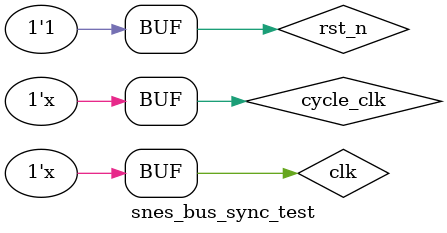
<source format=v>


module snes_bus_sync (
	input        clk,              // clock (40 MHz and reset)
	input        rst_n,
	input  [7:0] PA,               // RAW SNES addr bus
	input  [7:0] D,                // RAW SNES data bus
	output [7:0] PA_sync,          // Safely synchronized SNES addr bus
	output [7:0] D_sync,           // Safely synchronized SNES data bus
	output       event_latch       // Bus change event (detects changes in PA)
);

	parameter OUT_OF_SYNC = 2'b01;
	parameter IN_SYNC     = 2'b10;

	reg [7:0] D_store;
	reg [7:0] PA_store [0:2];
	reg [1:0] sync_state = IN_SYNC;
	reg [4:0] clk_count = 0;

	reg bus_latch = 0;


	always @(posedge clk or negedge rst_n) begin
		if (~rst_n) begin
			PA_store[0] <= 8'b0; // reset all regs
			PA_store[1] <= 8'b0;
			PA_store[2] <= 8'b0;
			D_store     <= 8'b0;
			clk_count   <= 5'b0;
			bus_latch   <= 1'b0;
			sync_state  <= IN_SYNC;
		end
		else begin
			PA_store[0] <= PA;          // These registers are used for both metastability protection
			PA_store[1] <= PA_store[0]; // and for address bus "change" detection (3 stages)
			PA_store[2] <= PA_store[1];
			
			clk_count <= clk_count + 1; // Rolling clock counter
			
			if (clk_count == 18) begin  // Stop the clock at 18 clocks, addr bus has gone quiet
				bus_latch <= 0;
				clk_count <= clk_count;
			end
			
			if (sync_state == IN_SYNC) begin // IN_SYNC state means the bus has settled and events/outputs have been reported
				// The addr bus has been pipelined for 3 stages, move into the OUT_OF_SYNC state once a change in addr is detected
				// we also ignore this check if 5 cycles haven't gone by on the previous check
				if (((PA != PA_store[0]) || (PA_store[1] != PA_store[0]) || (PA_store[2] != PA_store[1])) && (clk_count > 5)) begin
					sync_state <= OUT_OF_SYNC; // go to OUT_OF_SYNC
					bus_latch <= 0;            // initialize
					clk_count <= 0;
				end
			end else if (sync_state == OUT_OF_SYNC) begin
				clk_count <= 0;
				bus_latch  <= 0;
				// The addr bus has under gone a change, detect when it has settled and move back into IN_SYNC
				if ((PA == PA_store[0]) && (PA_store[1] == PA_store[0]) && (PA_store[2] == PA_store[1])) begin
					sync_state <= IN_SYNC;
				end
			end
			// No other state exists, but move in IN_SYNC if the state is indeterminate
			else sync_state <= IN_SYNC;
			
			// According to the SNES bus timing specs, you can safely latch the data and addr 5x50meg cycles after addr change
			// (slow bus access)
			if (clk_count == 1) begin
				bus_latch <= 1;
				D_store   <= D;
			end

		end
	end
	
	// Report back safe synchronized bus events and data/addr
	assign D_sync         = D_store;
	assign PA_sync        = PA_store[2];
	assign event_latch    = bus_latch;

endmodule

`timescale 1ns / 100ps

module snes_bus_sync_test ();

reg clk = 0;
reg cycle_clk = 0;
reg rst_n = 0;
reg [7:0] PA = 0;
reg [7:0] D = 0;
wire [7:0] PA_sync;
wire [7:0] D_sync;
wire event_latch;

snes_bus_sync bs (
	.clk(clk),                      // clock (40 MHz and reset)
	.rst_n(rst_n),
	.PA(PA),                        // RAW SNES addr bus
	.D(D),                          // RAW SNES data bus
	.PA_sync(PA_sync),              // Safely synchronized SNES addr bus
	.D_sync(D_sync),                // Safely synchronized SNES data bus
	.event_latch(event_latch)       // Bus change event (detects changes in PA)
);

always #12.5 clk = ~clk;
always #139.6 cycle_clk = ~cycle_clk;
initial #1000 rst_n = 1;

always @(posedge cycle_clk) D  = $random;
always @(posedge cycle_clk) PA = $random;



endmodule


</source>
